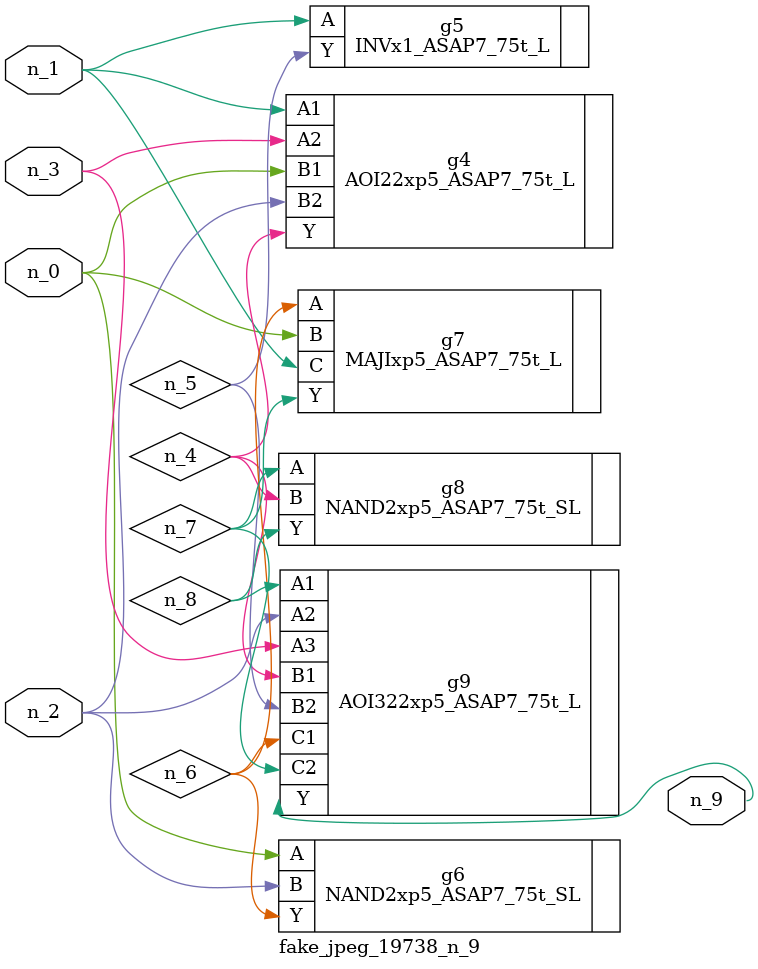
<source format=v>
module fake_jpeg_19738_n_9 (n_0, n_3, n_2, n_1, n_9);

input n_0;
input n_3;
input n_2;
input n_1;

output n_9;

wire n_4;
wire n_8;
wire n_6;
wire n_5;
wire n_7;

AOI22xp5_ASAP7_75t_L g4 ( 
.A1(n_1),
.A2(n_3),
.B1(n_0),
.B2(n_2),
.Y(n_4)
);

INVx1_ASAP7_75t_L g5 ( 
.A(n_1),
.Y(n_5)
);

NAND2xp5_ASAP7_75t_SL g6 ( 
.A(n_0),
.B(n_2),
.Y(n_6)
);

MAJIxp5_ASAP7_75t_L g7 ( 
.A(n_6),
.B(n_0),
.C(n_1),
.Y(n_7)
);

NAND2xp5_ASAP7_75t_SL g8 ( 
.A(n_7),
.B(n_4),
.Y(n_8)
);

AOI322xp5_ASAP7_75t_L g9 ( 
.A1(n_8),
.A2(n_2),
.A3(n_3),
.B1(n_4),
.B2(n_5),
.C1(n_6),
.C2(n_7),
.Y(n_9)
);


endmodule
</source>
